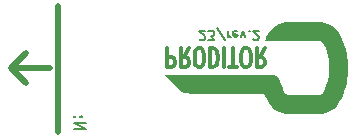
<source format=gbr>
%TF.GenerationSoftware,KiCad,Pcbnew,7.0.5-0*%
%TF.CreationDate,2023-07-03T13:56:25+02:00*%
%TF.ProjectId,Proditor,50726f64-6974-46f7-922e-6b696361645f,rev?*%
%TF.SameCoordinates,Original*%
%TF.FileFunction,Legend,Bot*%
%TF.FilePolarity,Positive*%
%FSLAX46Y46*%
G04 Gerber Fmt 4.6, Leading zero omitted, Abs format (unit mm)*
G04 Created by KiCad (PCBNEW 7.0.5-0) date 2023-07-03 13:56:25*
%MOMM*%
%LPD*%
G01*
G04 APERTURE LIST*
%ADD10C,0.500000*%
%ADD11C,0.150000*%
%ADD12C,0.300000*%
%ADD13C,0.200000*%
G04 APERTURE END LIST*
D10*
X133248400Y-89103200D02*
X136525000Y-89103200D01*
X137160000Y-83820000D02*
X137160000Y-94488000D01*
X133248400Y-89103200D02*
X134518400Y-87833200D01*
X133248400Y-89103200D02*
X134518400Y-90373200D01*
X134518400Y-87833200D02*
X133248400Y-89103200D01*
D11*
X138560180Y-94278220D02*
X139560180Y-94278220D01*
X139560180Y-94278220D02*
X138560180Y-93706792D01*
X138560180Y-93706792D02*
X139560180Y-93706792D01*
X138655419Y-93230601D02*
X138607800Y-93182982D01*
X138607800Y-93182982D02*
X138560180Y-93230601D01*
X138560180Y-93230601D02*
X138607800Y-93278220D01*
X138607800Y-93278220D02*
X138655419Y-93230601D01*
X138655419Y-93230601D02*
X138560180Y-93230601D01*
X139179228Y-93230601D02*
X139131609Y-93182982D01*
X139131609Y-93182982D02*
X139083990Y-93230601D01*
X139083990Y-93230601D02*
X139131609Y-93278220D01*
X139131609Y-93278220D02*
X139179228Y-93230601D01*
X139179228Y-93230601D02*
X139083990Y-93230601D01*
D12*
X146403082Y-87431409D02*
X146403082Y-89031409D01*
X146403082Y-89031409D02*
X146860225Y-89031409D01*
X146860225Y-89031409D02*
X146974510Y-88955219D01*
X146974510Y-88955219D02*
X147031653Y-88879028D01*
X147031653Y-88879028D02*
X147088796Y-88726647D01*
X147088796Y-88726647D02*
X147088796Y-88498076D01*
X147088796Y-88498076D02*
X147031653Y-88345695D01*
X147031653Y-88345695D02*
X146974510Y-88269504D01*
X146974510Y-88269504D02*
X146860225Y-88193314D01*
X146860225Y-88193314D02*
X146403082Y-88193314D01*
X148288796Y-87431409D02*
X147888796Y-88193314D01*
X147603082Y-87431409D02*
X147603082Y-89031409D01*
X147603082Y-89031409D02*
X148060225Y-89031409D01*
X148060225Y-89031409D02*
X148174510Y-88955219D01*
X148174510Y-88955219D02*
X148231653Y-88879028D01*
X148231653Y-88879028D02*
X148288796Y-88726647D01*
X148288796Y-88726647D02*
X148288796Y-88498076D01*
X148288796Y-88498076D02*
X148231653Y-88345695D01*
X148231653Y-88345695D02*
X148174510Y-88269504D01*
X148174510Y-88269504D02*
X148060225Y-88193314D01*
X148060225Y-88193314D02*
X147603082Y-88193314D01*
X149031653Y-89031409D02*
X149260225Y-89031409D01*
X149260225Y-89031409D02*
X149374510Y-88955219D01*
X149374510Y-88955219D02*
X149488796Y-88802838D01*
X149488796Y-88802838D02*
X149545939Y-88498076D01*
X149545939Y-88498076D02*
X149545939Y-87964742D01*
X149545939Y-87964742D02*
X149488796Y-87659980D01*
X149488796Y-87659980D02*
X149374510Y-87507600D01*
X149374510Y-87507600D02*
X149260225Y-87431409D01*
X149260225Y-87431409D02*
X149031653Y-87431409D01*
X149031653Y-87431409D02*
X148917368Y-87507600D01*
X148917368Y-87507600D02*
X148803082Y-87659980D01*
X148803082Y-87659980D02*
X148745939Y-87964742D01*
X148745939Y-87964742D02*
X148745939Y-88498076D01*
X148745939Y-88498076D02*
X148803082Y-88802838D01*
X148803082Y-88802838D02*
X148917368Y-88955219D01*
X148917368Y-88955219D02*
X149031653Y-89031409D01*
X150060225Y-87431409D02*
X150060225Y-89031409D01*
X150060225Y-89031409D02*
X150345939Y-89031409D01*
X150345939Y-89031409D02*
X150517368Y-88955219D01*
X150517368Y-88955219D02*
X150631653Y-88802838D01*
X150631653Y-88802838D02*
X150688796Y-88650457D01*
X150688796Y-88650457D02*
X150745939Y-88345695D01*
X150745939Y-88345695D02*
X150745939Y-88117123D01*
X150745939Y-88117123D02*
X150688796Y-87812361D01*
X150688796Y-87812361D02*
X150631653Y-87659980D01*
X150631653Y-87659980D02*
X150517368Y-87507600D01*
X150517368Y-87507600D02*
X150345939Y-87431409D01*
X150345939Y-87431409D02*
X150060225Y-87431409D01*
X151260225Y-87431409D02*
X151260225Y-89031409D01*
X151660225Y-89031409D02*
X152345940Y-89031409D01*
X152003082Y-87431409D02*
X152003082Y-89031409D01*
X152974511Y-89031409D02*
X153203083Y-89031409D01*
X153203083Y-89031409D02*
X153317368Y-88955219D01*
X153317368Y-88955219D02*
X153431654Y-88802838D01*
X153431654Y-88802838D02*
X153488797Y-88498076D01*
X153488797Y-88498076D02*
X153488797Y-87964742D01*
X153488797Y-87964742D02*
X153431654Y-87659980D01*
X153431654Y-87659980D02*
X153317368Y-87507600D01*
X153317368Y-87507600D02*
X153203083Y-87431409D01*
X153203083Y-87431409D02*
X152974511Y-87431409D01*
X152974511Y-87431409D02*
X152860226Y-87507600D01*
X152860226Y-87507600D02*
X152745940Y-87659980D01*
X152745940Y-87659980D02*
X152688797Y-87964742D01*
X152688797Y-87964742D02*
X152688797Y-88498076D01*
X152688797Y-88498076D02*
X152745940Y-88802838D01*
X152745940Y-88802838D02*
X152860226Y-88955219D01*
X152860226Y-88955219D02*
X152974511Y-89031409D01*
X154688797Y-87431409D02*
X154288797Y-88193314D01*
X154003083Y-87431409D02*
X154003083Y-89031409D01*
X154003083Y-89031409D02*
X154460226Y-89031409D01*
X154460226Y-89031409D02*
X154574511Y-88955219D01*
X154574511Y-88955219D02*
X154631654Y-88879028D01*
X154631654Y-88879028D02*
X154688797Y-88726647D01*
X154688797Y-88726647D02*
X154688797Y-88498076D01*
X154688797Y-88498076D02*
X154631654Y-88345695D01*
X154631654Y-88345695D02*
X154574511Y-88269504D01*
X154574511Y-88269504D02*
X154460226Y-88193314D01*
X154460226Y-88193314D02*
X154003083Y-88193314D01*
D13*
X149175564Y-86642114D02*
X149213660Y-86680209D01*
X149213660Y-86680209D02*
X149289850Y-86718304D01*
X149289850Y-86718304D02*
X149480326Y-86718304D01*
X149480326Y-86718304D02*
X149556517Y-86680209D01*
X149556517Y-86680209D02*
X149594612Y-86642114D01*
X149594612Y-86642114D02*
X149632707Y-86565923D01*
X149632707Y-86565923D02*
X149632707Y-86489733D01*
X149632707Y-86489733D02*
X149594612Y-86375447D01*
X149594612Y-86375447D02*
X149137469Y-85918304D01*
X149137469Y-85918304D02*
X149632707Y-85918304D01*
X149899374Y-86718304D02*
X150394612Y-86718304D01*
X150394612Y-86718304D02*
X150127946Y-86413542D01*
X150127946Y-86413542D02*
X150242231Y-86413542D01*
X150242231Y-86413542D02*
X150318422Y-86375447D01*
X150318422Y-86375447D02*
X150356517Y-86337352D01*
X150356517Y-86337352D02*
X150394612Y-86261161D01*
X150394612Y-86261161D02*
X150394612Y-86070685D01*
X150394612Y-86070685D02*
X150356517Y-85994495D01*
X150356517Y-85994495D02*
X150318422Y-85956400D01*
X150318422Y-85956400D02*
X150242231Y-85918304D01*
X150242231Y-85918304D02*
X150013660Y-85918304D01*
X150013660Y-85918304D02*
X149937469Y-85956400D01*
X149937469Y-85956400D02*
X149899374Y-85994495D01*
X151308898Y-86756400D02*
X150623184Y-85727828D01*
X151575565Y-85918304D02*
X151575565Y-86451638D01*
X151575565Y-86299257D02*
X151613660Y-86375447D01*
X151613660Y-86375447D02*
X151651755Y-86413542D01*
X151651755Y-86413542D02*
X151727946Y-86451638D01*
X151727946Y-86451638D02*
X151804136Y-86451638D01*
X152375565Y-85956400D02*
X152299374Y-85918304D01*
X152299374Y-85918304D02*
X152146993Y-85918304D01*
X152146993Y-85918304D02*
X152070803Y-85956400D01*
X152070803Y-85956400D02*
X152032707Y-86032590D01*
X152032707Y-86032590D02*
X152032707Y-86337352D01*
X152032707Y-86337352D02*
X152070803Y-86413542D01*
X152070803Y-86413542D02*
X152146993Y-86451638D01*
X152146993Y-86451638D02*
X152299374Y-86451638D01*
X152299374Y-86451638D02*
X152375565Y-86413542D01*
X152375565Y-86413542D02*
X152413660Y-86337352D01*
X152413660Y-86337352D02*
X152413660Y-86261161D01*
X152413660Y-86261161D02*
X152032707Y-86184971D01*
X152680326Y-86451638D02*
X152870802Y-85918304D01*
X152870802Y-85918304D02*
X153061279Y-86451638D01*
X153366041Y-85994495D02*
X153404136Y-85956400D01*
X153404136Y-85956400D02*
X153366041Y-85918304D01*
X153366041Y-85918304D02*
X153327945Y-85956400D01*
X153327945Y-85956400D02*
X153366041Y-85994495D01*
X153366041Y-85994495D02*
X153366041Y-85918304D01*
X153708897Y-86642114D02*
X153746993Y-86680209D01*
X153746993Y-86680209D02*
X153823183Y-86718304D01*
X153823183Y-86718304D02*
X154013659Y-86718304D01*
X154013659Y-86718304D02*
X154089850Y-86680209D01*
X154089850Y-86680209D02*
X154127945Y-86642114D01*
X154127945Y-86642114D02*
X154166040Y-86565923D01*
X154166040Y-86565923D02*
X154166040Y-86489733D01*
X154166040Y-86489733D02*
X154127945Y-86375447D01*
X154127945Y-86375447D02*
X153670802Y-85918304D01*
X153670802Y-85918304D02*
X154166040Y-85918304D01*
%TO.C,G\u002A\u002A\u002A*%
G36*
X158383974Y-85200806D02*
G01*
X158710655Y-85204888D01*
X159014346Y-85211300D01*
X159284020Y-85220030D01*
X159508652Y-85231064D01*
X159677215Y-85244388D01*
X159778684Y-85259988D01*
X160076303Y-85364780D01*
X160415297Y-85554401D01*
X160721931Y-85805846D01*
X160805278Y-85894652D01*
X161000160Y-86161070D01*
X161182403Y-86494282D01*
X161348053Y-86886477D01*
X161493158Y-87329846D01*
X161538858Y-87493372D01*
X161631143Y-87864306D01*
X161694432Y-88200690D01*
X161732063Y-88528236D01*
X161747375Y-88872656D01*
X161743705Y-89259664D01*
X161743432Y-89269007D01*
X161724042Y-89664692D01*
X161687888Y-90013072D01*
X161629894Y-90343175D01*
X161544984Y-90684027D01*
X161428083Y-91064657D01*
X161391785Y-91172217D01*
X161215365Y-91616163D01*
X161016872Y-91989417D01*
X160791589Y-92296682D01*
X160534803Y-92542663D01*
X160241797Y-92732062D01*
X159907857Y-92869585D01*
X159528269Y-92959934D01*
X159457286Y-92969963D01*
X159266264Y-92986991D01*
X159021683Y-92999773D01*
X158735512Y-93008442D01*
X158419720Y-93013133D01*
X158086277Y-93013978D01*
X157747153Y-93011112D01*
X157414317Y-93004668D01*
X157099738Y-92994780D01*
X156815386Y-92981582D01*
X156573230Y-92965207D01*
X156385240Y-92945789D01*
X156263384Y-92923462D01*
X155900483Y-92794239D01*
X155577632Y-92613576D01*
X155302403Y-92378949D01*
X155066850Y-92083529D01*
X154863023Y-91720488D01*
X154661370Y-91298245D01*
X151339762Y-91287430D01*
X150906841Y-91286126D01*
X150357929Y-91284623D01*
X149878358Y-91283092D01*
X149462969Y-91281055D01*
X149106602Y-91278037D01*
X148804098Y-91273562D01*
X148550296Y-91267154D01*
X148340039Y-91258336D01*
X148168165Y-91246633D01*
X148029516Y-91231569D01*
X147918933Y-91212668D01*
X147831255Y-91189453D01*
X147761323Y-91161449D01*
X147703977Y-91128180D01*
X147654059Y-91089169D01*
X147606408Y-91043942D01*
X147555866Y-90992021D01*
X147497272Y-90932931D01*
X147420499Y-90856417D01*
X147290360Y-90723858D01*
X147131152Y-90559662D01*
X146956218Y-90377600D01*
X146778901Y-90191444D01*
X146268797Y-89653350D01*
X150855783Y-89663906D01*
X155442769Y-89674462D01*
X155646129Y-89781672D01*
X155782414Y-89870524D01*
X155914475Y-90011435D01*
X156019069Y-90201900D01*
X156105797Y-90456000D01*
X156137654Y-90566268D01*
X156203325Y-90773131D01*
X156268703Y-90955984D01*
X156327430Y-91097590D01*
X156373147Y-91180716D01*
X156400164Y-91215304D01*
X156438707Y-91258422D01*
X156482858Y-91292943D01*
X156540677Y-91319821D01*
X156620225Y-91340013D01*
X156729563Y-91354476D01*
X156876751Y-91364165D01*
X157069851Y-91370037D01*
X157316923Y-91373047D01*
X157626026Y-91374152D01*
X158005224Y-91374308D01*
X158110442Y-91374305D01*
X158457407Y-91374117D01*
X158736712Y-91373285D01*
X158956641Y-91371326D01*
X159125474Y-91367757D01*
X159251494Y-91362097D01*
X159342982Y-91353861D01*
X159408221Y-91342570D01*
X159455492Y-91327738D01*
X159493077Y-91308886D01*
X159529258Y-91285529D01*
X159597700Y-91222662D01*
X159702582Y-91067706D01*
X159810229Y-90842792D01*
X159918480Y-90552647D01*
X160025169Y-90202000D01*
X160048854Y-90114640D01*
X160079720Y-89986677D01*
X160101390Y-89865402D01*
X160115458Y-89733847D01*
X160123519Y-89575047D01*
X160127167Y-89372036D01*
X160127997Y-89107846D01*
X160127742Y-88956268D01*
X160125424Y-88726030D01*
X160119360Y-88547537D01*
X160107956Y-88403636D01*
X160089616Y-88277175D01*
X160062747Y-88151001D01*
X160025754Y-88007960D01*
X159951561Y-87749775D01*
X159843013Y-87427865D01*
X159735799Y-87175631D01*
X159631151Y-86995845D01*
X159530298Y-86891279D01*
X159397519Y-86802308D01*
X157080527Y-86802308D01*
X156665120Y-86801956D01*
X156158045Y-86800312D01*
X155728676Y-86797318D01*
X155376762Y-86792971D01*
X155102051Y-86787267D01*
X154904288Y-86780200D01*
X154783222Y-86771767D01*
X154738601Y-86761963D01*
X154737874Y-86717454D01*
X154769000Y-86617127D01*
X154827563Y-86481519D01*
X154905582Y-86327346D01*
X154995072Y-86171325D01*
X155088051Y-86030173D01*
X155097701Y-86016897D01*
X155326130Y-85764336D01*
X155609142Y-85544277D01*
X155926369Y-85370214D01*
X156257440Y-85255636D01*
X156266026Y-85253700D01*
X156379685Y-85238644D01*
X156558563Y-85226027D01*
X156791634Y-85215838D01*
X157067873Y-85208060D01*
X157376252Y-85202682D01*
X157705747Y-85199689D01*
X158045329Y-85199069D01*
X158383974Y-85200806D01*
G37*
%TD*%
M02*

</source>
